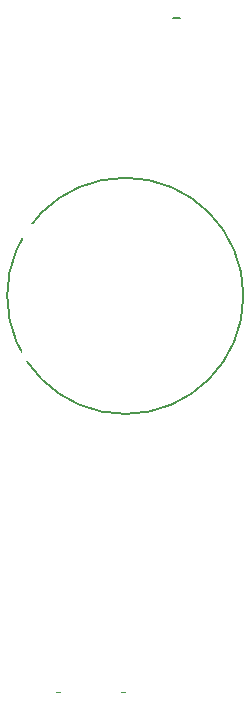
<source format=gbo>
G04 #@! TF.FileFunction,Legend,Bot*
%FSLAX46Y46*%
G04 Gerber Fmt 4.6, Leading zero omitted, Abs format (unit mm)*
G04 Created by KiCad (PCBNEW 4.0.1-3.201512221402+6198~38~ubuntu14.04.1-stable) date Mon 18 Jan 2016 08:14:31 PM CET*
%MOMM*%
G01*
G04 APERTURE LIST*
%ADD10C,0.100000*%
%ADD11C,0.200000*%
%ADD12C,1.624000*%
%ADD13C,2.300000*%
%ADD14R,0.720000X0.720000*%
%ADD15R,1.100000X1.050000*%
%ADD16C,1.400000*%
%ADD17R,1.450000X4.100000*%
%ADD18R,4.060000X3.660000*%
%ADD19R,7.720000X5.180000*%
%ADD20R,3.700000X2.780000*%
%ADD21R,2.100000X0.710000*%
G04 APERTURE END LIST*
D10*
D11*
X110700000Y-89500000D02*
G75*
G03X110700000Y-89500000I-10000000J0D01*
G01*
D10*
X100300000Y-123000000D02*
X100700000Y-123000000D01*
X94800000Y-123000000D02*
X95200000Y-123000000D01*
D11*
X104700000Y-66000000D02*
X105300000Y-66000000D01*
%LPC*%
D12*
X92700000Y-84150000D03*
X92700000Y-86690000D03*
X92700000Y-89230000D03*
X92700000Y-91770000D03*
X92700000Y-94310000D03*
X92700000Y-96850000D03*
D13*
X203900000Y-117400000D03*
X115050000Y-120200000D03*
X112550000Y-69750000D03*
D14*
X100500000Y-122550000D03*
X100500000Y-123450000D03*
X95000000Y-122550000D03*
X95000000Y-123450000D03*
D15*
X105000000Y-65200000D03*
X105000000Y-66800000D03*
D16*
X86500000Y-69500000D03*
X86500000Y-73500000D03*
D17*
X107275000Y-89500000D03*
D18*
X97300000Y-89420000D03*
D19*
X115700000Y-62800000D03*
D20*
X197400000Y-86840000D03*
D21*
X194600000Y-80850000D03*
X194600000Y-81850000D03*
X194600000Y-82850000D03*
X194600000Y-83850000D03*
D20*
X197400000Y-77860000D03*
M02*

</source>
